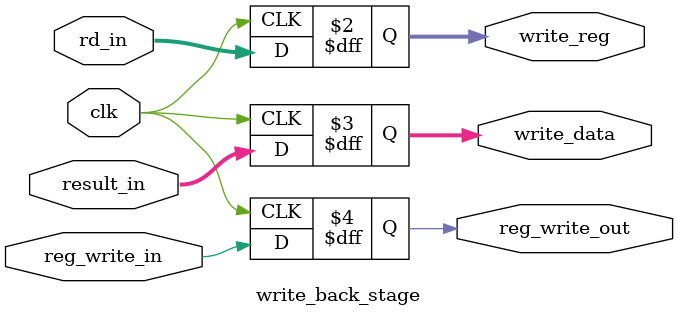
<source format=v>
`timescale 1ns / 1ps

module write_back_stage(
    input wire clk,
    input wire reg_write_in,
    input wire [2:0] rd_in,
    input wire [15:0] result_in,
    output reg [2:0] write_reg,
    output reg [15:0] write_data,
    output reg reg_write_out
);
    always @(posedge clk) begin
        write_reg <= rd_in;
        write_data <= result_in;
        reg_write_out <= reg_write_in;
    end
endmodule

</source>
